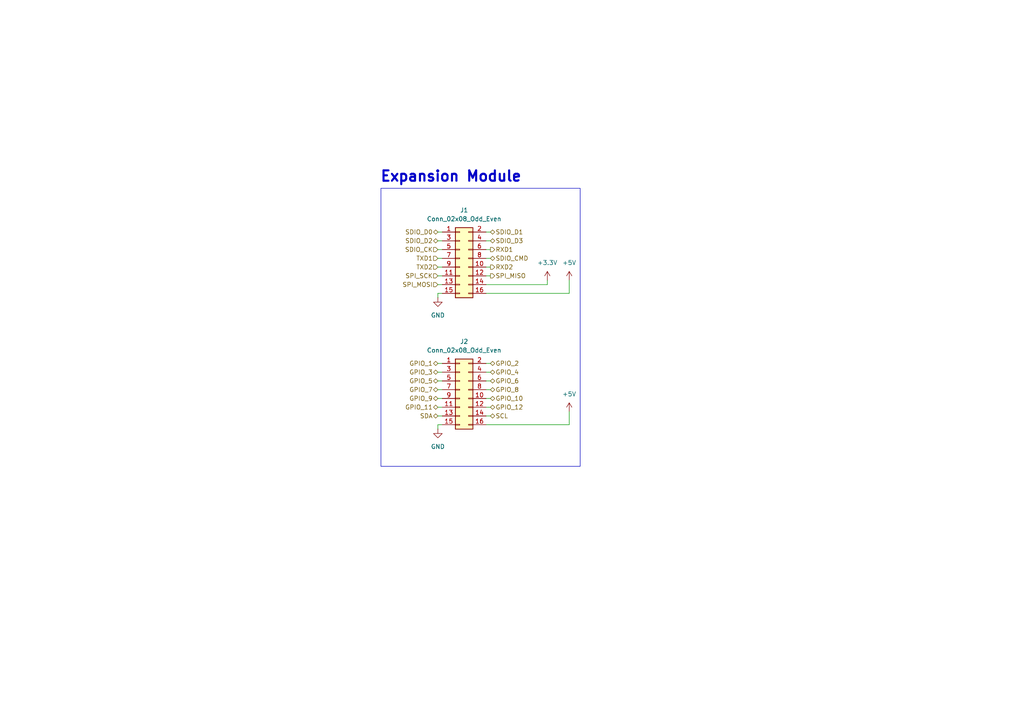
<source format=kicad_sch>
(kicad_sch (version 20250114) (generator "eeschema") (generator_version "9.0")
  (paper "A4")
  (title_block (title "Scorpion max V1") (rev "V1"))
  (lib_symbols
    (symbol "Connector_Generic:Conn_02x08_Odd_Even" (pin_names (offset 1.016) (hide yes))
      (property "Reference" "J" (at 1.27 10.16 0))
      (property "Value" "Conn_02x08_Odd_Even" (at 1.27 -12.7 0))
      (symbol "Conn_02x08_Odd_Even_1_1"
        (rectangle (start -1.27 8.89) (end 3.81 -11.43) (stroke (width 0.254)) (fill (type background)))
        (rectangle (start -1.27 7.747) (end 0 7.493) (stroke (width 0.1524)))
        (rectangle (start -1.27 5.207) (end 0 4.953) (stroke (width 0.1524)))
        (rectangle (start -1.27 2.667) (end 0 2.413) (stroke (width 0.1524)))
        (rectangle (start -1.27 0.127) (end 0 -0.127) (stroke (width 0.1524)))
        (rectangle (start -1.27 -2.413) (end 0 -2.667) (stroke (width 0.1524)))
        (rectangle (start -1.27 -4.953) (end 0 -5.207) (stroke (width 0.1524)))
        (rectangle (start -1.27 -7.493) (end 0 -7.747) (stroke (width 0.1524)))
        (rectangle (start -1.27 -10.033) (end 0 -10.287) (stroke (width 0.1524)))
        (rectangle (start 3.81 7.747) (end 2.54 7.493) (stroke (width 0.1524)))
        (rectangle (start 3.81 5.207) (end 2.54 4.953) (stroke (width 0.1524)))
        (rectangle (start 3.81 2.667) (end 2.54 2.413) (stroke (width 0.1524)))
        (rectangle (start 3.81 0.127) (end 2.54 -0.127) (stroke (width 0.1524)))
        (rectangle (start 3.81 -2.413) (end 2.54 -2.667) (stroke (width 0.1524)))
        (rectangle (start 3.81 -4.953) (end 2.54 -5.207) (stroke (width 0.1524)))
        (rectangle (start 3.81 -7.493) (end 2.54 -7.747) (stroke (width 0.1524)))
        (rectangle (start 3.81 -10.033) (end 2.54 -10.287) (stroke (width 0.1524)))
        (pin passive line (at -5.08 7.62 0) (length 3.81) (name "Pin_1") (number "1"))
        (pin passive line (at -5.08 5.08 0) (length 3.81) (name "Pin_3") (number "3"))
        (pin passive line (at -5.08 2.54 0) (length 3.81) (name "Pin_5") (number "5"))
        (pin passive line (at -5.08 0 0) (length 3.81) (name "Pin_7") (number "7"))
        (pin passive line (at -5.08 -2.54 0) (length 3.81) (name "Pin_9") (number "9"))
        (pin passive line (at -5.08 -5.08 0) (length 3.81) (name "Pin_11") (number "11"))
        (pin passive line (at -5.08 -7.62 0) (length 3.81) (name "Pin_13") (number "13"))
        (pin passive line (at -5.08 -10.16 0) (length 3.81) (name "Pin_15") (number "15"))
        (pin passive line (at 7.62 7.62 180) (length 3.81) (name "Pin_2") (number "2"))
        (pin passive line (at 7.62 5.08 180) (length 3.81) (name "Pin_4") (number "4"))
        (pin passive line (at 7.62 2.54 180) (length 3.81) (name "Pin_6") (number "6"))
        (pin passive line (at 7.62 0 180) (length 3.81) (name "Pin_8") (number "8"))
        (pin passive line (at 7.62 -2.54 180) (length 3.81) (name "Pin_10") (number "10"))
        (pin passive line (at 7.62 -5.08 180) (length 3.81) (name "Pin_12") (number "12"))
        (pin passive line (at 7.62 -7.62 180) (length 3.81) (name "Pin_14") (number "14"))
        (pin passive line (at 7.62 -10.16 180) (length 3.81) (name "Pin_16") (number "16"))
      )
    )
    (symbol "power:+3.3V" (power) (pin_numbers (hide yes)) (pin_names (offset 0) (hide yes))
      (property "Value" "+3.3V" (at 0 3.556 0))
      (symbol "+3.3V_0_1"
        (polyline (pts (xy -0.762 1.27) (xy 0 2.54)))
        (polyline (pts (xy 0 2.54) (xy 0.762 1.27)))
        (polyline (pts (xy 0 0) (xy 0 2.54)))
      )
      (symbol "+3.3V_1_1"
        (pin power_in line (at 0 0 90) (length 0) (name "~") (number "1"))
      )
    )
    (symbol "power:+5V" (power) (pin_numbers (hide yes)) (pin_names (offset 0) (hide yes))
      (property "Value" "+5V" (at 0 3.556 0))
      (symbol "+5V_0_1"
        (polyline (pts (xy -0.762 1.27) (xy 0 2.54)))
        (polyline (pts (xy 0 2.54) (xy 0.762 1.27)))
        (polyline (pts (xy 0 0) (xy 0 2.54)))
      )
      (symbol "+5V_1_1"
        (pin power_in line (at 0 0 90) (length 0) (name "~") (number "1"))
      )
    )
    (symbol "power:GND" (power) (pin_numbers (hide yes)) (pin_names (offset 0) (hide yes))
      (property "Value" "GND" (at 0 -3.81 0))
      (symbol "GND_0_1"
        (polyline (pts (xy 0 0) (xy 0 -1.27) (xy 1.27 -1.27) (xy 0 -2.54) (xy -1.27 -1.27) (xy 0 -1.27)))
      )
      (symbol "GND_1_1"
        (pin power_in line (at 0 0 270) (length 0) (name "~") (number "1"))
      )
    )
  )
  (rectangle (start 110.49 54.61) (end 168.275 135.255))
  (text "Expansion Module\n" (at 130.81 51.308 0) (effects (font (size 3 3) (thickness 0.6) (bold yes))))
  (wire (pts (xy 140.97 105.41) (xy 142.24 105.41)))
  (wire (pts (xy 165.1 123.19) (xy 165.1 119.38)))
  (wire (pts (xy 127 82.55) (xy 128.27 82.55)))
  (wire (pts (xy 127 105.41) (xy 128.27 105.41)))
  (wire (pts (xy 127 107.95) (xy 128.27 107.95)))
  (wire (pts (xy 140.97 85.09) (xy 165.1 85.09)))
  (wire (pts (xy 127 69.85) (xy 128.27 69.85)))
  (wire (pts (xy 128.27 123.19) (xy 127 123.19)))
  (wire (pts (xy 142.24 69.85) (xy 140.97 69.85)))
  (wire (pts (xy 127 120.65) (xy 128.27 120.65)))
  (wire (pts (xy 127 115.57) (xy 128.27 115.57)))
  (wire (pts (xy 140.97 82.55) (xy 158.75 82.55)))
  (wire (pts (xy 142.24 115.57) (xy 140.97 115.57)))
  (wire (pts (xy 140.97 72.39) (xy 142.24 72.39)))
  (wire (pts (xy 142.24 110.49) (xy 140.97 110.49)))
  (wire (pts (xy 127 80.01) (xy 128.27 80.01)))
  (wire (pts (xy 128.27 85.09) (xy 127 85.09)))
  (wire (pts (xy 127 113.03) (xy 128.27 113.03)))
  (wire (pts (xy 127 74.93) (xy 128.27 74.93)))
  (wire (pts (xy 142.24 67.31) (xy 140.97 67.31)))
  (wire (pts (xy 140.97 123.19) (xy 165.1 123.19)))
  (wire (pts (xy 142.24 120.65) (xy 140.97 120.65)))
  (wire (pts (xy 127 85.09) (xy 127 86.36)))
  (wire (pts (xy 140.97 74.93) (xy 142.24 74.93)))
  (wire (pts (xy 127 77.47) (xy 128.27 77.47)))
  (wire (pts (xy 127 123.19) (xy 127 124.46)))
  (wire (pts (xy 127 72.39) (xy 128.27 72.39)))
  (wire (pts (xy 127 118.11) (xy 128.27 118.11)))
  (wire (pts (xy 140.97 80.01) (xy 142.24 80.01)))
  (wire (pts (xy 142.24 118.11) (xy 140.97 118.11)))
  (wire (pts (xy 142.24 113.03) (xy 140.97 113.03)))
  (wire (pts (xy 142.24 107.95) (xy 140.97 107.95)))
  (wire (pts (xy 140.97 77.47) (xy 142.24 77.47)))
  (wire (pts (xy 165.1 85.09) (xy 165.1 81.28)))
  (wire (pts (xy 158.75 82.55) (xy 158.75 81.28)))
  (wire (pts (xy 127 67.31) (xy 128.27 67.31)))
  (wire (pts (xy 127 110.49) (xy 128.27 110.49)))
  (hierarchical_label "GPIO_3" (shape bidirectional) (at 127 107.95 180))
  (hierarchical_label "GPIO_5" (shape bidirectional) (at 127 110.49 180))
  (hierarchical_label "GPIO_8" (shape bidirectional) (at 142.24 113.03 0))
  (hierarchical_label "GPIO_7" (shape bidirectional) (at 127 113.03 180))
  (hierarchical_label "SDIO_CK" (shape input) (at 127 72.39 180))
  (hierarchical_label "GPIO_2" (shape bidirectional) (at 142.24 105.41 0))
  (hierarchical_label "SPI_MISO" (shape output) (at 142.24 80.01 0))
  (hierarchical_label "SPI_MOSI" (shape input) (at 127 82.55 180))
  (hierarchical_label "SCL" (shape bidirectional) (at 142.24 120.65 0))
  (hierarchical_label "TXD1" (shape input) (at 127 74.93 180))
  (hierarchical_label "SDIO_D0" (shape bidirectional) (at 127 67.31 180))
  (hierarchical_label "SDIO_D3" (shape bidirectional) (at 142.24 69.85 0))
  (hierarchical_label "RXD1" (shape output) (at 142.24 72.39 0))
  (hierarchical_label "GPIO_12" (shape bidirectional) (at 142.24 118.11 0))
  (hierarchical_label "RXD2" (shape output) (at 142.24 77.47 0))
  (hierarchical_label "GPIO_9" (shape bidirectional) (at 127 115.57 180))
  (hierarchical_label "GPIO_1" (shape bidirectional) (at 127 105.41 180))
  (hierarchical_label "GPIO_10" (shape bidirectional) (at 142.24 115.57 0))
  (hierarchical_label "SDA" (shape bidirectional) (at 127 120.65 180))
  (hierarchical_label "SDIO_CMD" (shape bidirectional) (at 142.24 74.93 0))
  (hierarchical_label "TXD2" (shape input) (at 127 77.47 180))
  (hierarchical_label "GPIO_6" (shape bidirectional) (at 142.24 110.49 0))
  (hierarchical_label "SDIO_D2" (shape bidirectional) (at 127 69.85 180))
  (hierarchical_label "SDIO_D1" (shape bidirectional) (at 142.24 67.31 0))
  (hierarchical_label "GPIO_4" (shape bidirectional) (at 142.24 107.95 0))
  (hierarchical_label "SPI_SCK" (shape input) (at 127 80.01 180))
  (hierarchical_label "GPIO_11" (shape bidirectional) (at 127 118.11 180))
  (symbol (lib_id "power:GND") (at 127 86.36 0) (unit 1)
    (property "Reference" "#PWR03" (effects (hide yes)))
    (property "Value" "GND" (at 127 91.44 0))
    (property "Description" "Power symbol creates a global label with name \"GND\" , ground" (effects (hide yes)))
  )
  (symbol (lib_id "power:GND") (at 127 124.46 0) (unit 1)
    (property "Reference" "#PWR05" (effects (hide yes)))
    (property "Value" "GND" (at 127 129.54 0))
    (property "Description" "Power symbol creates a global label with name \"GND\" , ground" (effects (hide yes)))
  )
  (symbol (lib_id "power:+5V") (at 165.1 119.38 0) (unit 1)
    (property "Reference" "#PWR04" (effects (hide yes)))
    (property "Value" "+5V" (at 165.1 114.3 0))
    (property "Description" "Power symbol creates a global label with name \"+5V\"" (effects (hide yes)))
  )
  (symbol (lib_id "power:+3.3V") (at 158.75 81.28 0) (unit 1)
    (property "Reference" "#PWR01" (effects (hide yes)))
    (property "Value" "+3.3V" (at 158.75 76.2 0))
    (property "Description" "Power symbol creates a global label with name \"+3.3V\"" (effects (hide yes)))
  )
  (symbol (lib_id "Connector_Generic:Conn_02x08_Odd_Even") (at 133.35 113.03 0) (unit 1)
    (property "Reference" "J2" (at 134.62 99.06 0))
    (property "Value" "Conn_02x08_Odd_Even" (at 134.62 101.6 0))
    (property "Footprint" "Connector_PinSocket_2.54mm:PinSocket_2x08_P2.54mm_Vertical" (effects (hide yes)))
    (property "Description" "Generic connector, double row, 02x08, odd/even pin numbering scheme (row 1 odd numbers, row 2 even numbers), script generated (kicad-library-utils/schlib/autogen/connector/)" (effects (hide yes)))
  )
  (symbol (lib_id "power:+5V") (at 165.1 81.28 0) (unit 1)
    (property "Reference" "#PWR02" (effects (hide yes)))
    (property "Value" "+5V" (at 165.1 76.2 0))
    (property "Description" "Power symbol creates a global label with name \"+5V\"" (effects (hide yes)))
  )
  (symbol (lib_id "Connector_Generic:Conn_02x08_Odd_Even") (at 133.35 74.93 0) (unit 1)
    (property "Reference" "J1" (at 134.62 60.96 0))
    (property "Value" "Conn_02x08_Odd_Even" (at 134.62 63.5 0))
    (property "Footprint" "Connector_PinSocket_2.54mm:PinSocket_2x08_P2.54mm_Vertical" (effects (hide yes)))
    (property "Description" "Generic connector, double row, 02x08, odd/even pin numbering scheme (row 1 odd numbers, row 2 even numbers), script generated (kicad-library-utils/schlib/autogen/connector/)" (effects (hide yes)))
  )
)
</source>
